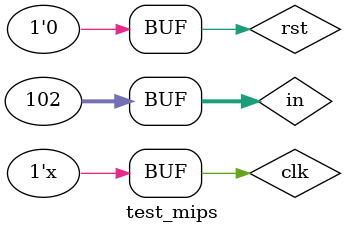
<source format=v>
module test_mips;
  reg clk,rst;
  reg [31:0] in;
  mach mach(clk,rst,in);

  initial
  begin
    in=32'h5;
    clk=1;rst=0;
    #1 rst=1;
    #1 rst=0;
    #20000 in=32'h66;
  end
  always
    #10 clk=~clk;
endmodule

</source>
